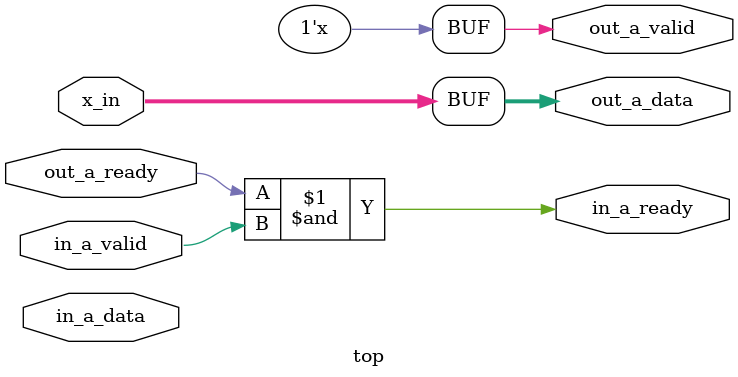
<source format=sv>
module top (
	input logic [7:0] in_a_data,
	output logic in_a_ready,
	input logic in_a_valid,

	output logic [7:0] out_a_data,
	input logic out_a_ready,
	output logic out_a_valid,

	input logic [7:0] x_in
);

	assign in_a_ready = out_a_ready & in_a_valid;
	assign out_a_data = x_in;

	assign out_a_valid = 1'hx;
endmodule



</source>
